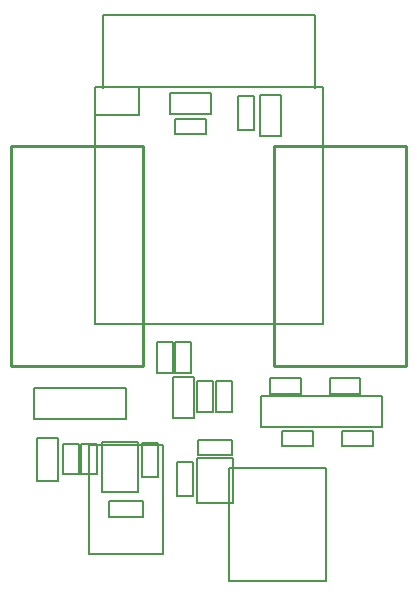
<source format=gbr>
G04*
G04 #@! TF.GenerationSoftware,Altium Limited,Altium Designer,22.4.2 (48)*
G04*
G04 Layer_Color=32768*
%FSLAX44Y44*%
%MOMM*%
G71*
G04*
G04 #@! TF.SameCoordinates,805B4EF3-34EF-46CF-B3EC-FB7C4EB053B5*
G04*
G04*
G04 #@! TF.FilePolarity,Positive*
G04*
G01*
G75*
%ADD10C,0.2540*%
%ADD11C,0.1270*%
D10*
X-17121Y348279D02*
X-17121Y161754D01*
X-17121Y348279D02*
X94525D01*
Y161754D02*
Y348279D01*
X-17121Y161754D02*
X94525D01*
X317121Y348246D02*
X317121Y161721D01*
X205475D02*
X317121D01*
X205475D02*
Y348246D01*
X317121D01*
D11*
X106330Y155910D02*
Y181910D01*
X119730D01*
Y155910D02*
Y181910D01*
X106330Y155910D02*
X119730D01*
X262710Y93630D02*
X288710D01*
Y107030D01*
X262710D02*
X288710D01*
X262710Y93630D02*
Y107030D01*
X53640Y374580D02*
X91140D01*
X53640D02*
Y397580D01*
X91140D01*
Y374580D02*
Y397580D01*
X53310Y397870D02*
X246350Y397870D01*
X53310Y397870D02*
X53310Y197350D01*
X246350Y197350D01*
X246350Y397870D01*
X240000Y396700D02*
Y458700D01*
X60000Y458700D02*
X240000Y458700D01*
X60000Y396700D02*
Y458700D01*
X119489Y152438D02*
X137489D01*
X119489Y117486D02*
Y152438D01*
Y117486D02*
X137489D01*
Y152438D01*
X169640Y122890D02*
Y148890D01*
X156240Y122890D02*
X169640D01*
X156240D02*
Y148890D01*
X169640D01*
X140240Y122890D02*
Y148890D01*
X153640D01*
Y122890D02*
Y148890D01*
X140240Y122890D02*
X153640D01*
X121570Y155910D02*
Y181910D01*
X134970D01*
Y155910D02*
Y181910D01*
X121570Y155910D02*
X134970D01*
X122840Y51596D02*
X136240D01*
X122840D02*
Y80539D01*
X136240D01*
Y51596D02*
Y80539D01*
X169384Y86010D02*
Y99410D01*
X140441Y86010D02*
X169384D01*
X140441D02*
Y99410D01*
X169384D01*
X139700Y45812D02*
Y83674D01*
Y45812D02*
X170180D01*
Y83674D01*
X139700D02*
X170180D01*
X192930Y356344D02*
X210930D01*
Y391296D01*
X192930D02*
X210930D01*
X192930Y356344D02*
Y391296D01*
X59896Y55361D02*
X90211D01*
X59896Y97028D02*
X90211D01*
Y55361D02*
Y97028D01*
X59896Y55361D02*
Y97028D01*
X65511Y33940D02*
X94453D01*
X65511D02*
Y47340D01*
X94453D01*
Y33940D02*
Y47340D01*
X26320Y70000D02*
X39720D01*
Y96000D01*
X26320D02*
X39720D01*
X26320Y70000D02*
Y96000D01*
X41560Y70000D02*
X54960D01*
Y96000D01*
X41560D02*
X54960D01*
X41560Y70000D02*
Y96000D01*
X227630Y138080D02*
Y151480D01*
X201630Y138080D02*
X227630D01*
X201630D02*
Y151480D01*
X227630D01*
X211910Y93630D02*
Y107030D01*
X237910D01*
Y93630D02*
Y107030D01*
X211910Y93630D02*
X237910D01*
X278310Y138080D02*
Y151480D01*
X252310Y138080D02*
X278310D01*
X252310D02*
Y151480D01*
X278310D01*
X107030Y67701D02*
Y96643D01*
X93630Y67701D02*
X107030D01*
X93630D02*
Y96643D01*
X107030D01*
X4318Y64262D02*
Y100838D01*
X22098D01*
X4318Y64262D02*
X22098D01*
Y100838D01*
X111332Y2207D02*
Y95121D01*
X48706D02*
X111332D01*
X48706Y2207D02*
X111332D01*
X48706D02*
Y95121D01*
X249391Y-20391D02*
Y75753D01*
X166666Y-20391D02*
X249391D01*
X166666D02*
Y75753D01*
X249391D01*
X174910Y361477D02*
Y390419D01*
X188310D01*
Y361477D02*
Y390419D01*
X174910Y361477D02*
X188310D01*
X121740Y357790D02*
Y371190D01*
X147740D01*
Y357790D02*
Y371190D01*
X121740Y357790D02*
X147740D01*
X117284Y374800D02*
X152236D01*
Y392800D01*
X117284D02*
X152236D01*
X117284Y374800D02*
Y392800D01*
X2032Y143351D02*
X79608D01*
X2032Y116677D02*
Y143314D01*
Y116677D02*
X79608D01*
Y143245D01*
X296672Y109867D02*
Y136541D01*
X193802Y109867D02*
X296672D01*
X193802D02*
Y136504D01*
Y136541D02*
X296672D01*
M02*

</source>
